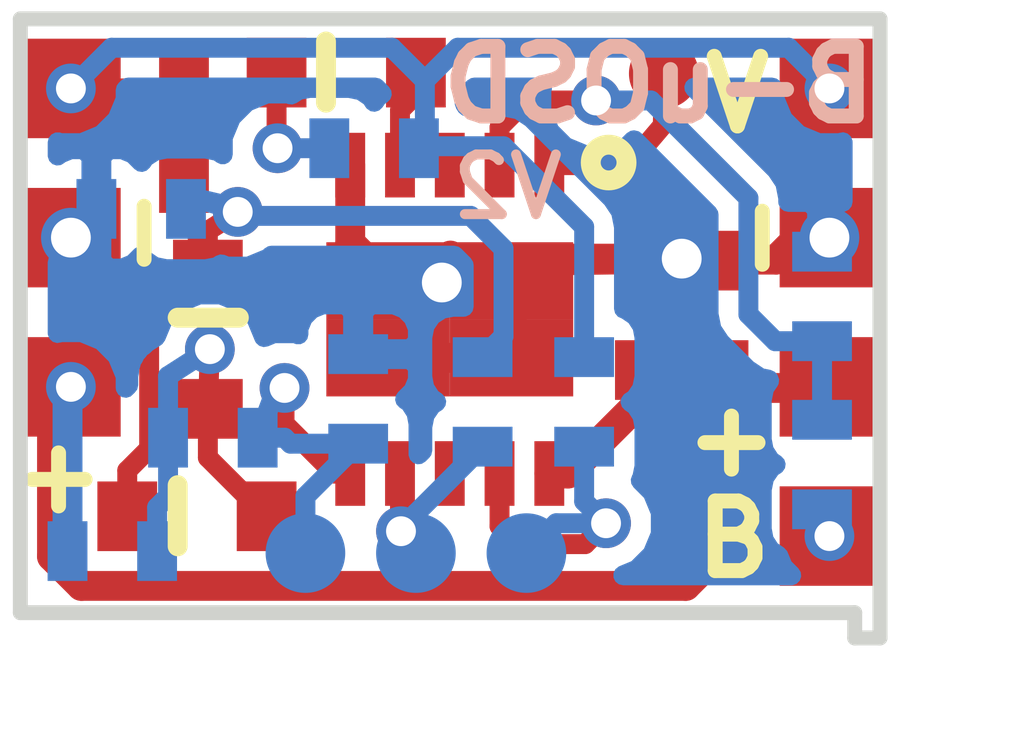
<source format=kicad_pcb>
(kicad_pcb (version 4) (host pcbnew 4.0.7)

  (general
    (links 40)
    (no_connects 0)
    (area 140.319 107.332381 154.929 119.687619)
    (thickness 0.8)
    (drawings 18)
    (tracks 155)
    (zones 0)
    (modules 22)
    (nets 14)
  )

  (page A4)
  (layers
    (0 F.Cu signal)
    (31 B.Cu signal)
    (32 B.Adhes user)
    (33 F.Adhes user)
    (34 B.Paste user)
    (35 F.Paste user)
    (36 B.SilkS user)
    (37 F.SilkS user)
    (38 B.Mask user)
    (39 F.Mask user)
    (40 Dwgs.User user)
    (41 Cmts.User user)
    (42 Eco1.User user)
    (43 Eco2.User user)
    (44 Edge.Cuts user)
    (45 Margin user)
    (46 B.CrtYd user hide)
    (47 F.CrtYd user hide)
    (48 B.Fab user hide)
    (49 F.Fab user hide)
  )

  (setup
    (last_trace_width 0.2)
    (user_trace_width 0.2)
    (trace_clearance 0.13)
    (zone_clearance 0.2)
    (zone_45_only no)
    (trace_min 0.13)
    (segment_width 0.2)
    (edge_width 0.15)
    (via_size 0.5)
    (via_drill 0.3)
    (via_min_size 0.4)
    (via_min_drill 0.3)
    (uvia_size 0.3)
    (uvia_drill 0.1)
    (uvias_allowed no)
    (uvia_min_size 0.2)
    (uvia_min_drill 0.1)
    (pcb_text_width 0.3)
    (pcb_text_size 1.5 1.5)
    (mod_edge_width 0.15)
    (mod_text_size 1 1)
    (mod_text_width 0.15)
    (pad_size 0.775 1.24)
    (pad_drill 0)
    (pad_to_mask_clearance 0.08)
    (aux_axis_origin 0 0)
    (visible_elements 7FFEFE7F)
    (pcbplotparams
      (layerselection 0x00030_80000001)
      (usegerberextensions false)
      (excludeedgelayer true)
      (linewidth 0.100000)
      (plotframeref false)
      (viasonmask false)
      (mode 1)
      (useauxorigin false)
      (hpglpennumber 1)
      (hpglpenspeed 20)
      (hpglpendiameter 15)
      (hpglpenoverlay 2)
      (psnegative false)
      (psa4output false)
      (plotreference true)
      (plotvalue true)
      (plotinvisibletext false)
      (padsonsilk false)
      (subtractmaskfromsilk false)
      (outputformat 1)
      (mirror false)
      (drillshape 1)
      (scaleselection 1)
      (outputdirectory ""))
  )

  (net 0 "")
  (net 1 GND)
  (net 2 VCC)
  (net 3 "Net-(C2-Pad1)")
  (net 4 VIDEO)
  (net 5 "Net-(D1-Pad1)")
  (net 6 "Net-(D1-Pad2)")
  (net 7 +BATT)
  (net 8 "Net-(R3-Pad2)")
  (net 9 "Net-(J3-Pad1)")
  (net 10 "Net-(J5-Pad1)")
  (net 11 "Net-(D2-Pad2)")
  (net 12 "Net-(J6-Pad1)")
  (net 13 "Net-(J4-Pad1)")

  (net_class Default "This is the default net class."
    (clearance 0.13)
    (trace_width 0.2)
    (via_dia 0.5)
    (via_drill 0.3)
    (uvia_dia 0.3)
    (uvia_drill 0.1)
    (add_net +BATT)
    (add_net "Net-(C2-Pad1)")
    (add_net "Net-(D1-Pad1)")
    (add_net "Net-(D1-Pad2)")
    (add_net "Net-(D2-Pad2)")
    (add_net "Net-(J4-Pad1)")
    (add_net "Net-(J6-Pad1)")
  )

  (net_class GND ""
    (clearance 0.12)
    (trace_width 0.3)
    (via_dia 0.6)
    (via_drill 0.4)
    (uvia_dia 0.3)
    (uvia_drill 0.1)
    (add_net GND)
  )

  (net_class ProgLine ""
    (clearance 0.13)
    (trace_width 0.2)
    (via_dia 0.5)
    (via_drill 0.3)
    (uvia_dia 0.3)
    (uvia_drill 0.1)
    (add_net "Net-(J3-Pad1)")
    (add_net "Net-(J5-Pad1)")
  )

  (net_class Thin ""
    (clearance 0.13)
    (trace_width 0.2)
    (via_dia 0.5)
    (via_drill 0.3)
    (uvia_dia 0.3)
    (uvia_drill 0.1)
    (add_net "Net-(R3-Pad2)")
    (add_net VIDEO)
  )

  (net_class VCC ""
    (clearance 0.13)
    (trace_width 0.3)
    (via_dia 0.5)
    (via_drill 0.3)
    (uvia_dia 0.3)
    (uvia_drill 0.1)
    (add_net VCC)
  )

  (module Diodes_SMD:D_SOD-523 (layer F.Cu) (tedit 5A1D7AC5) (tstamp 5A1D5D91)
    (at 145.03 115.49)
    (descr "http://www.diodes.com/datasheets/ap02001.pdf p.144")
    (tags "Diode SOD523")
    (path /5A1D5CBB)
    (attr smd)
    (fp_text reference D3 (at 0 -1.3) (layer F.SilkS) hide
      (effects (font (size 1 1) (thickness 0.15)))
    )
    (fp_text value 1N4148WT (at 0 1.4) (layer F.Fab)
      (effects (font (size 1 1) (thickness 0.15)))
    )
    (fp_line (start 1.25 -0.7) (end 1.25 0.7) (layer F.CrtYd) (width 0.05))
    (fp_line (start -1.25 -0.7) (end 1.25 -0.7) (layer F.CrtYd) (width 0.05))
    (fp_line (start -1.25 0.7) (end -1.25 -0.7) (layer F.CrtYd) (width 0.05))
    (fp_line (start 1.25 0.7) (end -1.25 0.7) (layer F.CrtYd) (width 0.05))
    (fp_line (start 0.1 0) (end 0.25 0) (layer F.Fab) (width 0.1))
    (fp_line (start 0.1 -0.2) (end -0.2 0) (layer F.Fab) (width 0.1))
    (fp_line (start 0.1 0.2) (end 0.1 -0.2) (layer F.Fab) (width 0.1))
    (fp_line (start -0.2 0) (end 0.1 0.2) (layer F.Fab) (width 0.1))
    (fp_line (start -0.2 0) (end -0.35 0) (layer F.Fab) (width 0.1))
    (fp_line (start -0.2 0.2) (end -0.2 -0.2) (layer F.Fab) (width 0.1))
    (fp_line (start 0.65 -0.45) (end 0.65 0.45) (layer F.Fab) (width 0.1))
    (fp_line (start -0.65 -0.45) (end 0.65 -0.45) (layer F.Fab) (width 0.1))
    (fp_line (start -0.65 0.45) (end -0.65 -0.45) (layer F.Fab) (width 0.1))
    (fp_line (start 0.65 0.45) (end -0.65 0.45) (layer F.Fab) (width 0.1))
    (pad 2 smd rect (at 0.7 0 180) (size 0.6 0.7) (layers F.Cu F.Paste F.Mask)
      (net 11 "Net-(D2-Pad2)"))
    (pad 1 smd rect (at -0.7 0 180) (size 0.6 0.7) (layers F.Cu F.Paste F.Mask)
      (net 1 GND))
    (model ${KISYS3DMOD}/Diodes_SMD.3dshapes/D_SOD-523.wrl
      (at (xyz 0 0 0))
      (scale (xyz 1 1 1))
      (rotate (xyz 0 0 0))
    )
  )

  (module Diodes_SMD:D_SOD-523 (layer F.Cu) (tedit 5A1D7AB4) (tstamp 5A1D5D79)
    (at 145.14 113.71 270)
    (descr "http://www.diodes.com/datasheets/ap02001.pdf p.144")
    (tags "Diode SOD523")
    (path /5A1D5B6A)
    (attr smd)
    (fp_text reference D2 (at 0 -1.3 270) (layer F.SilkS) hide
      (effects (font (size 1 1) (thickness 0.15)))
    )
    (fp_text value 1N4148WT (at 0 1.4 270) (layer F.Fab)
      (effects (font (size 1 1) (thickness 0.15)))
    )
    (fp_line (start 1.25 -0.7) (end 1.25 0.7) (layer F.CrtYd) (width 0.05))
    (fp_line (start -1.25 -0.7) (end 1.25 -0.7) (layer F.CrtYd) (width 0.05))
    (fp_line (start -1.25 0.7) (end -1.25 -0.7) (layer F.CrtYd) (width 0.05))
    (fp_line (start 1.25 0.7) (end -1.25 0.7) (layer F.CrtYd) (width 0.05))
    (fp_line (start 0.1 0) (end 0.25 0) (layer F.Fab) (width 0.1))
    (fp_line (start 0.1 -0.2) (end -0.2 0) (layer F.Fab) (width 0.1))
    (fp_line (start 0.1 0.2) (end 0.1 -0.2) (layer F.Fab) (width 0.1))
    (fp_line (start -0.2 0) (end 0.1 0.2) (layer F.Fab) (width 0.1))
    (fp_line (start -0.2 0) (end -0.35 0) (layer F.Fab) (width 0.1))
    (fp_line (start -0.2 0.2) (end -0.2 -0.2) (layer F.Fab) (width 0.1))
    (fp_line (start 0.65 -0.45) (end 0.65 0.45) (layer F.Fab) (width 0.1))
    (fp_line (start -0.65 -0.45) (end 0.65 -0.45) (layer F.Fab) (width 0.1))
    (fp_line (start -0.65 0.45) (end -0.65 -0.45) (layer F.Fab) (width 0.1))
    (fp_line (start 0.65 0.45) (end -0.65 0.45) (layer F.Fab) (width 0.1))
    (pad 2 smd rect (at 0.7 0 90) (size 0.6 0.7) (layers F.Cu F.Paste F.Mask)
      (net 11 "Net-(D2-Pad2)"))
    (pad 1 smd rect (at -0.7 0 90) (size 0.6 0.7) (layers F.Cu F.Paste F.Mask)
      (net 3 "Net-(C2-Pad1)"))
    (model ${KISYS3DMOD}/Diodes_SMD.3dshapes/D_SOD-523.wrl
      (at (xyz 0 0 0))
      (scale (xyz 1 1 1))
      (rotate (xyz 0 0 0))
    )
  )

  (module .pretty:4pin_SMD_small (layer F.Cu) (tedit 5A1D67AF) (tstamp 5931280F)
    (at 143.764 115.189 90)
    (path /593152FB)
    (fp_text reference J2 (at 1.27 2.54 90) (layer F.SilkS) hide
      (effects (font (size 1 1) (thickness 0.15)))
    )
    (fp_text value VTX (at 1.27 -2.54 90) (layer F.Fab) hide
      (effects (font (size 1 1) (thickness 0.15)))
    )
    (pad 4 smd rect (at 4 0 90) (size 1 1) (layers F.Cu F.Paste F.Mask)
      (net 4 VIDEO))
    (pad 3 smd rect (at 2.5 0 90) (size 1 1) (layers F.Cu F.Paste F.Mask)
      (net 1 GND))
    (pad 2 smd rect (at 1 0 90) (size 1 1) (layers F.Cu F.Paste F.Mask)
      (net 2 VCC))
  )

  (module .pretty:Prog_pad (layer B.Cu) (tedit 5A1D66EF) (tstamp 5A1D5D96)
    (at 146.12 115.86)
    (path /5A1D7CD1)
    (fp_text reference J6 (at 0.75 -1.5) (layer B.SilkS) hide
      (effects (font (size 1 1) (thickness 0.15)) (justify mirror))
    )
    (fp_text value MOSI (at 0 1.75) (layer B.Fab) hide
      (effects (font (size 1 1) (thickness 0.15)) (justify mirror))
    )
    (pad 1 smd circle (at 0 0) (size 0.8 0.8) (layers B.Cu B.Paste B.Mask)
      (net 12 "Net-(J6-Pad1)"))
  )

  (module D_SOD-523 (layer F.Cu) (tedit 59317AB2) (tstamp 593127FF)
    (at 146.53 111.03)
    (descr "http://www.diodes.com/datasheets/ap02001.pdf p.144")
    (tags "Diode SOD523")
    (path /593139FC)
    (attr smd)
    (fp_text reference D1 (at 0 -1.3) (layer F.SilkS) hide
      (effects (font (size 1 1) (thickness 0.15)))
    )
    (fp_text value 1N4148WT (at 0 1.4) (layer F.Fab)
      (effects (font (size 1 1) (thickness 0.15)))
    )
    (fp_text user %R (at 0 -1.3) (layer F.Fab) hide
      (effects (font (size 1 1) (thickness 0.15)))
    )
    (fp_line (start 1.25 -0.7) (end 1.25 0.7) (layer F.CrtYd) (width 0.05))
    (fp_line (start -1.25 -0.7) (end 1.25 -0.7) (layer F.CrtYd) (width 0.05))
    (fp_line (start -1.25 0.7) (end -1.25 -0.7) (layer F.CrtYd) (width 0.05))
    (fp_line (start 1.25 0.7) (end -1.25 0.7) (layer F.CrtYd) (width 0.05))
    (fp_line (start 0.1 0) (end 0.25 0) (layer F.Fab) (width 0.1))
    (fp_line (start 0.1 -0.2) (end -0.2 0) (layer F.Fab) (width 0.1))
    (fp_line (start 0.1 0.2) (end 0.1 -0.2) (layer F.Fab) (width 0.1))
    (fp_line (start -0.2 0) (end 0.1 0.2) (layer F.Fab) (width 0.1))
    (fp_line (start -0.2 0) (end -0.35 0) (layer F.Fab) (width 0.1))
    (fp_line (start -0.2 0.2) (end -0.2 -0.2) (layer F.Fab) (width 0.1))
    (fp_line (start 0.65 -0.45) (end 0.65 0.45) (layer F.Fab) (width 0.1))
    (fp_line (start -0.65 -0.45) (end 0.65 -0.45) (layer F.Fab) (width 0.1))
    (fp_line (start -0.65 0.45) (end -0.65 -0.45) (layer F.Fab) (width 0.1))
    (fp_line (start 0.65 0.45) (end -0.65 0.45) (layer F.Fab) (width 0.1))
    (pad 2 smd rect (at 0.7 0 180) (size 0.6 0.7) (layers F.Cu F.Paste F.Mask)
      (net 6 "Net-(D1-Pad2)"))
    (pad 1 smd rect (at -0.7 0 180) (size 0.6 0.7) (layers F.Cu F.Paste F.Mask)
      (net 5 "Net-(D1-Pad1)"))
    (model ${KISYS3DMOD}/Diodes_SMD.3dshapes/D_SOD-523.wrl
      (at (xyz 0 0 0))
      (scale (xyz 1 1 1))
      (rotate (xyz 0 0 0))
    )
  )

  (module DFN-10-1EP_3x3mm_Pitch0.5mm (layer F.Cu) (tedit 5A1D6318) (tstamp 593128AB)
    (at 147.57 113.51 270)
    (descr "10-Lead Plastic Dual Flat, No Lead Package (MF) - 3x3x0.9 mm Body [DFN] (see Microchip Packaging Specification 00000049BS.pdf)")
    (tags "DFN 0.5")
    (path /593115E4)
    (attr smd)
    (fp_text reference U2 (at 0 -2.575 270) (layer F.SilkS) hide
      (effects (font (size 1 1) (thickness 0.15)))
    )
    (fp_text value ATTINY13A-MMU (at 0 2.575 270) (layer F.Fab)
      (effects (font (size 1 1) (thickness 0.15)))
    )
    (fp_line (start -0.5 -1.5) (end 1.5 -1.5) (layer F.Fab) (width 0.15))
    (fp_line (start 1.5 -1.5) (end 1.5 1.5) (layer F.Fab) (width 0.15))
    (fp_line (start 1.5 1.5) (end -1.5 1.5) (layer F.Fab) (width 0.15))
    (fp_line (start -1.5 1.5) (end -1.5 -0.5) (layer F.Fab) (width 0.15))
    (fp_line (start -1.5 -0.5) (end -0.5 -1.5) (layer F.Fab) (width 0.15))
    (fp_line (start -2.15 -1.85) (end -2.15 1.85) (layer F.CrtYd) (width 0.05))
    (fp_line (start 2.15 -1.85) (end 2.15 1.85) (layer F.CrtYd) (width 0.05))
    (fp_line (start -2.15 -1.85) (end 2.15 -1.85) (layer F.CrtYd) (width 0.05))
    (fp_line (start -2.15 1.85) (end 2.15 1.85) (layer F.CrtYd) (width 0.05))
    (pad 1 smd rect (at -1.55 -1 270) (size 0.65 0.3) (layers F.Cu F.Paste F.Mask)
      (net 9 "Net-(J3-Pad1)"))
    (pad 2 smd rect (at -1.55 -0.5 270) (size 0.65 0.3) (layers F.Cu F.Paste F.Mask)
      (net 8 "Net-(R3-Pad2)"))
    (pad 3 smd rect (at -1.55 0 270) (size 0.65 0.3) (layers F.Cu F.Paste F.Mask))
    (pad 4 smd rect (at -1.55 0.5 270) (size 0.65 0.3) (layers F.Cu F.Paste F.Mask)
      (net 6 "Net-(D1-Pad2)"))
    (pad 5 smd rect (at -1.55 1 270) (size 0.65 0.3) (layers F.Cu F.Paste F.Mask)
      (net 1 GND))
    (pad 6 smd rect (at 1.55 1 270) (size 0.65 0.3) (layers F.Cu F.Paste F.Mask)
      (net 12 "Net-(J6-Pad1)"))
    (pad 7 smd rect (at 1.55 0.5 270) (size 0.65 0.3) (layers F.Cu F.Paste F.Mask)
      (net 13 "Net-(J4-Pad1)"))
    (pad 8 smd rect (at 1.55 0 270) (size 0.65 0.3) (layers F.Cu F.Paste F.Mask))
    (pad 9 smd rect (at 1.55 -0.5 270) (size 0.65 0.3) (layers F.Cu F.Paste F.Mask)
      (net 10 "Net-(J5-Pad1)"))
    (pad 10 smd rect (at 1.55 -1 270) (size 0.65 0.3) (layers F.Cu F.Paste F.Mask)
      (net 2 VCC))
    (pad 5 smd rect (at 0.3875 0.62 270) (size 0.775 1.24) (layers F.Cu F.Paste F.Mask)
      (net 1 GND) (solder_paste_margin_ratio -0.2))
    (pad 5 smd rect (at 0.3875 -0.62 270) (size 0.775 1.24) (layers F.Cu F.Paste F.Mask)
      (net 1 GND) (solder_paste_margin_ratio -0.2))
    (pad 5 smd rect (at -0.3875 0.62 270) (size 0.775 1.24) (layers F.Cu F.Paste F.Mask)
      (net 1 GND) (solder_paste_margin_ratio -0.2))
    (pad 5 smd rect (at -0.3875 -0.62 270) (size 0.775 1.24) (layers F.Cu F.Paste F.Mask)
      (net 1 GND) (solder_paste_margin_ratio -0.2))
    (model Housings_DFN_QFN.3dshapes/DFN-10-1EP_3x3mm_Pitch0.5mm.wrl
      (at (xyz 0 0 0))
      (scale (xyz 1 1 1))
      (rotate (xyz 0 0 0))
    )
  )

  (module 4pin_SMD_small (layer F.Cu) (tedit 5931896A) (tstamp 59312807)
    (at 151.384 115.189 90)
    (path /59315140)
    (fp_text reference J1 (at 1.27 2.54 90) (layer F.SilkS) hide
      (effects (font (size 1 1) (thickness 0.15)))
    )
    (fp_text value Camera (at 1.27 -2.54 90) (layer F.Fab) hide
      (effects (font (size 1 1) (thickness 0.15)))
    )
    (pad 4 smd rect (at 4 0 90) (size 1 1) (layers F.Cu F.Paste F.Mask)
      (net 4 VIDEO))
    (pad 3 smd rect (at 2.5 0 90) (size 1 1) (layers F.Cu F.Paste F.Mask)
      (net 1 GND))
    (pad 2 smd rect (at 1 0 90) (size 1 1) (layers F.Cu F.Paste F.Mask)
      (net 2 VCC))
    (pad 1 smd rect (at -0.5 0 90) (size 1 1) (layers F.Cu F.Paste F.Mask)
      (net 7 +BATT))
  )

  (module Prog_pad (layer F.Cu) (tedit 5938F6E1) (tstamp 593178F5)
    (at 149.72 111.04)
    (path /5931B806)
    (fp_text reference J3 (at 0.75 1.5) (layer F.SilkS) hide
      (effects (font (size 1 1) (thickness 0.15)))
    )
    (fp_text value RST (at 0 -1.75) (layer F.Fab) hide
      (effects (font (size 1 1) (thickness 0.15)))
    )
    (pad 1 smd circle (at 0 0) (size 0.7 0.7) (layers F.Cu F.Paste F.Mask)
      (net 9 "Net-(J3-Pad1)") (solder_mask_margin 0.02))
  )

  (module Capacitors_SMD:C_0402_NoSilk (layer F.Cu) (tedit 59314D84) (tstamp 593127C6)
    (at 144.9 111.59 90)
    (descr "Capacitor SMD 0402, reflow soldering, AVX (see smccp.pdf)")
    (tags "capacitor 0402")
    (path /593126E9)
    (attr smd)
    (fp_text reference C2 (at 0 -1.27 90) (layer F.SilkS) hide
      (effects (font (size 1 1) (thickness 0.15)))
    )
    (fp_text value 100n (at 0 1.27 90) (layer F.Fab) hide
      (effects (font (size 1 1) (thickness 0.15)))
    )
    (fp_text user %R (at 0 -1.27 90) (layer F.Fab) hide
      (effects (font (size 1 1) (thickness 0.15)))
    )
    (fp_line (start -0.5 0.25) (end -0.5 -0.25) (layer F.Fab) (width 0.1))
    (fp_line (start 0.5 0.25) (end -0.5 0.25) (layer F.Fab) (width 0.1))
    (fp_line (start 0.5 -0.25) (end 0.5 0.25) (layer F.Fab) (width 0.1))
    (fp_line (start -0.5 -0.25) (end 0.5 -0.25) (layer F.Fab) (width 0.1))
    (fp_line (start -1 -0.4) (end 1 -0.4) (layer F.CrtYd) (width 0.05))
    (fp_line (start -1 -0.4) (end -1 0.4) (layer F.CrtYd) (width 0.05))
    (fp_line (start 1 0.4) (end 1 -0.4) (layer F.CrtYd) (width 0.05))
    (fp_line (start 1 0.4) (end -1 0.4) (layer F.CrtYd) (width 0.05))
    (pad 1 smd rect (at -0.55 0 90) (size 0.6 0.5) (layers F.Cu F.Paste F.Mask)
      (net 3 "Net-(C2-Pad1)"))
    (pad 2 smd rect (at 0.55 0 90) (size 0.6 0.5) (layers F.Cu F.Paste F.Mask)
      (net 4 VIDEO))
    (model Capacitors_SMD.3dshapes/C_0402.wrl
      (at (xyz 0 0 0))
      (scale (xyz 1 1 1))
      (rotate (xyz 0 0 0))
    )
  )

  (module Capacitors_SMD:C_0402_NoSilk (layer F.Cu) (tedit 59316C49) (tstamp 593127E6)
    (at 150.32 113.47 90)
    (descr "Capacitor SMD 0402, reflow soldering, AVX (see smccp.pdf)")
    (tags "capacitor 0402")
    (path /59317458)
    (attr smd)
    (fp_text reference C4 (at 0 -1.27 90) (layer F.SilkS) hide
      (effects (font (size 1 1) (thickness 0.15)))
    )
    (fp_text value 100n (at 0 1.27 90) (layer F.Fab)
      (effects (font (size 1 1) (thickness 0.15)))
    )
    (fp_text user %R (at 0 -1.27 90) (layer F.Fab)
      (effects (font (size 1 1) (thickness 0.15)))
    )
    (fp_line (start -0.5 0.25) (end -0.5 -0.25) (layer F.Fab) (width 0.1))
    (fp_line (start 0.5 0.25) (end -0.5 0.25) (layer F.Fab) (width 0.1))
    (fp_line (start 0.5 -0.25) (end 0.5 0.25) (layer F.Fab) (width 0.1))
    (fp_line (start -0.5 -0.25) (end 0.5 -0.25) (layer F.Fab) (width 0.1))
    (fp_line (start -1 -0.4) (end 1 -0.4) (layer F.CrtYd) (width 0.05))
    (fp_line (start -1 -0.4) (end -1 0.4) (layer F.CrtYd) (width 0.05))
    (fp_line (start 1 0.4) (end 1 -0.4) (layer F.CrtYd) (width 0.05))
    (fp_line (start 1 0.4) (end -1 0.4) (layer F.CrtYd) (width 0.05))
    (pad 1 smd rect (at -0.55 0 90) (size 0.6 0.5) (layers F.Cu F.Paste F.Mask)
      (net 2 VCC))
    (pad 2 smd rect (at 0.55 0 90) (size 0.6 0.5) (layers F.Cu F.Paste F.Mask)
      (net 1 GND))
    (model Capacitors_SMD.3dshapes/C_0402.wrl
      (at (xyz 0 0 0))
      (scale (xyz 1 1 1))
      (rotate (xyz 0 0 0))
    )
  )

  (module Resistors_SMD:R_0402_NoSilk (layer B.Cu) (tedit 59314DA3) (tstamp 5931281E)
    (at 148.92 114.34 270)
    (descr "Resistor SMD 0402, reflow soldering, Vishay (see dcrcw.pdf)")
    (tags "resistor 0402")
    (path /5A1D8150)
    (attr smd)
    (fp_text reference R1 (at 0 1.2 270) (layer B.SilkS) hide
      (effects (font (size 1 1) (thickness 0.15)) (justify mirror))
    )
    (fp_text value 220 (at 0 -1.25 270) (layer B.Fab) hide
      (effects (font (size 1 1) (thickness 0.15)) (justify mirror))
    )
    (fp_text user %R (at 0 1.2 270) (layer B.Fab) hide
      (effects (font (size 1 1) (thickness 0.15)) (justify mirror))
    )
    (fp_line (start -0.5 -0.25) (end -0.5 0.25) (layer B.Fab) (width 0.1))
    (fp_line (start 0.5 -0.25) (end -0.5 -0.25) (layer B.Fab) (width 0.1))
    (fp_line (start 0.5 0.25) (end 0.5 -0.25) (layer B.Fab) (width 0.1))
    (fp_line (start -0.5 0.25) (end 0.5 0.25) (layer B.Fab) (width 0.1))
    (fp_line (start -0.8 0.45) (end 0.8 0.45) (layer B.CrtYd) (width 0.05))
    (fp_line (start -0.8 0.45) (end -0.8 -0.45) (layer B.CrtYd) (width 0.05))
    (fp_line (start 0.8 -0.45) (end 0.8 0.45) (layer B.CrtYd) (width 0.05))
    (fp_line (start 0.8 -0.45) (end -0.8 -0.45) (layer B.CrtYd) (width 0.05))
    (pad 1 smd rect (at -0.45 0 270) (size 0.4 0.6) (layers B.Cu B.Paste B.Mask)
      (net 4 VIDEO))
    (pad 2 smd rect (at 0.45 0 270) (size 0.4 0.6) (layers B.Cu B.Paste B.Mask)
      (net 10 "Net-(J5-Pad1)"))
    (model ${KISYS3DMOD}/Resistors_SMD.3dshapes/R_0402.wrl
      (at (xyz 0 0 0))
      (scale (xyz 1 1 1))
      (rotate (xyz 0 0 0))
    )
  )

  (module Resistors_SMD:R_0402_NoSilk (layer B.Cu) (tedit 597EF9EE) (tstamp 5931282D)
    (at 146.81 111.79)
    (descr "Resistor SMD 0402, reflow soldering, Vishay (see dcrcw.pdf)")
    (tags "resistor 0402")
    (path /59313E97)
    (attr smd)
    (fp_text reference R2 (at 0 1.2) (layer B.SilkS) hide
      (effects (font (size 1 1) (thickness 0.15)) (justify mirror))
    )
    (fp_text value 220 (at 0 -1.25) (layer B.Fab) hide
      (effects (font (size 1 1) (thickness 0.15)) (justify mirror))
    )
    (fp_text user %R (at 0 1.2) (layer B.Fab) hide
      (effects (font (size 1 1) (thickness 0.15)) (justify mirror))
    )
    (fp_line (start -0.5 -0.25) (end -0.5 0.25) (layer B.Fab) (width 0.1))
    (fp_line (start 0.5 -0.25) (end -0.5 -0.25) (layer B.Fab) (width 0.1))
    (fp_line (start 0.5 0.25) (end 0.5 -0.25) (layer B.Fab) (width 0.1))
    (fp_line (start -0.5 0.25) (end 0.5 0.25) (layer B.Fab) (width 0.1))
    (fp_line (start -0.8 0.45) (end 0.8 0.45) (layer B.CrtYd) (width 0.05))
    (fp_line (start -0.8 0.45) (end -0.8 -0.45) (layer B.CrtYd) (width 0.05))
    (fp_line (start 0.8 -0.45) (end 0.8 0.45) (layer B.CrtYd) (width 0.05))
    (fp_line (start 0.8 -0.45) (end -0.8 -0.45) (layer B.CrtYd) (width 0.05))
    (pad 1 smd rect (at -0.45 0) (size 0.4 0.6) (layers B.Cu B.Paste B.Mask)
      (net 5 "Net-(D1-Pad1)"))
    (pad 2 smd rect (at 0.45 0) (size 0.4 0.6) (layers B.Cu B.Paste B.Mask)
      (net 4 VIDEO))
    (model ${KISYS3DMOD}/Resistors_SMD.3dshapes/R_0402.wrl
      (at (xyz 0 0 0))
      (scale (xyz 1 1 1))
      (rotate (xyz 0 0 0))
    )
  )

  (module Resistors_SMD:R_0402_NoSilk (layer B.Cu) (tedit 59316C65) (tstamp 5931283C)
    (at 151.31 114.97 90)
    (descr "Resistor SMD 0402, reflow soldering, Vishay (see dcrcw.pdf)")
    (tags "resistor 0402")
    (path /5931457B)
    (attr smd)
    (fp_text reference R3 (at 0 1.2 90) (layer B.SilkS) hide
      (effects (font (size 1 1) (thickness 0.15)) (justify mirror))
    )
    (fp_text value 15K (at 0 -1.25 90) (layer B.Fab)
      (effects (font (size 1 1) (thickness 0.15)) (justify mirror))
    )
    (fp_text user %R (at 0 1.2 90) (layer B.Fab)
      (effects (font (size 1 1) (thickness 0.15)) (justify mirror))
    )
    (fp_line (start -0.5 -0.25) (end -0.5 0.25) (layer B.Fab) (width 0.1))
    (fp_line (start 0.5 -0.25) (end -0.5 -0.25) (layer B.Fab) (width 0.1))
    (fp_line (start 0.5 0.25) (end 0.5 -0.25) (layer B.Fab) (width 0.1))
    (fp_line (start -0.5 0.25) (end 0.5 0.25) (layer B.Fab) (width 0.1))
    (fp_line (start -0.8 0.45) (end 0.8 0.45) (layer B.CrtYd) (width 0.05))
    (fp_line (start -0.8 0.45) (end -0.8 -0.45) (layer B.CrtYd) (width 0.05))
    (fp_line (start 0.8 -0.45) (end 0.8 0.45) (layer B.CrtYd) (width 0.05))
    (fp_line (start 0.8 -0.45) (end -0.8 -0.45) (layer B.CrtYd) (width 0.05))
    (pad 1 smd rect (at -0.45 0 90) (size 0.4 0.6) (layers B.Cu B.Paste B.Mask)
      (net 7 +BATT))
    (pad 2 smd rect (at 0.45 0 90) (size 0.4 0.6) (layers B.Cu B.Paste B.Mask)
      (net 8 "Net-(R3-Pad2)"))
    (model ${KISYS3DMOD}/Resistors_SMD.3dshapes/R_0402.wrl
      (at (xyz 0 0 0))
      (scale (xyz 1 1 1))
      (rotate (xyz 0 0 0))
    )
  )

  (module Resistors_SMD:R_0402_NoSilk (layer B.Cu) (tedit 59316C5A) (tstamp 5931284B)
    (at 151.31 113.28 90)
    (descr "Resistor SMD 0402, reflow soldering, Vishay (see dcrcw.pdf)")
    (tags "resistor 0402")
    (path /59314710)
    (attr smd)
    (fp_text reference R4 (at 0 1.2 90) (layer B.SilkS) hide
      (effects (font (size 1 1) (thickness 0.15)) (justify mirror))
    )
    (fp_text value 1K (at 0 -1.25 90) (layer B.Fab)
      (effects (font (size 1 1) (thickness 0.15)) (justify mirror))
    )
    (fp_text user %R (at 0 1.2 90) (layer B.Fab)
      (effects (font (size 1 1) (thickness 0.15)) (justify mirror))
    )
    (fp_line (start -0.5 -0.25) (end -0.5 0.25) (layer B.Fab) (width 0.1))
    (fp_line (start 0.5 -0.25) (end -0.5 -0.25) (layer B.Fab) (width 0.1))
    (fp_line (start 0.5 0.25) (end 0.5 -0.25) (layer B.Fab) (width 0.1))
    (fp_line (start -0.5 0.25) (end 0.5 0.25) (layer B.Fab) (width 0.1))
    (fp_line (start -0.8 0.45) (end 0.8 0.45) (layer B.CrtYd) (width 0.05))
    (fp_line (start -0.8 0.45) (end -0.8 -0.45) (layer B.CrtYd) (width 0.05))
    (fp_line (start 0.8 -0.45) (end 0.8 0.45) (layer B.CrtYd) (width 0.05))
    (fp_line (start 0.8 -0.45) (end -0.8 -0.45) (layer B.CrtYd) (width 0.05))
    (pad 1 smd rect (at -0.45 0 90) (size 0.4 0.6) (layers B.Cu B.Paste B.Mask)
      (net 8 "Net-(R3-Pad2)"))
    (pad 2 smd rect (at 0.45 0 90) (size 0.4 0.6) (layers B.Cu B.Paste B.Mask)
      (net 1 GND))
    (model ${KISYS3DMOD}/Resistors_SMD.3dshapes/R_0402.wrl
      (at (xyz 0 0 0))
      (scale (xyz 1 1 1))
      (rotate (xyz 0 0 0))
    )
  )

  (module Resistors_SMD:R_0402_NoSilk (layer B.Cu) (tedit 597EF9D9) (tstamp 59312869)
    (at 144.18 115.84)
    (descr "Resistor SMD 0402, reflow soldering, Vishay (see dcrcw.pdf)")
    (tags "resistor 0402")
    (path /5A1D5F83)
    (attr smd)
    (fp_text reference R6 (at 0 1.2) (layer B.SilkS) hide
      (effects (font (size 1 1) (thickness 0.15)) (justify mirror))
    )
    (fp_text value 10K (at 0 -1.25) (layer B.Fab)
      (effects (font (size 1 1) (thickness 0.15)) (justify mirror))
    )
    (fp_text user %R (at 0 1.2) (layer B.Fab)
      (effects (font (size 1 1) (thickness 0.15)) (justify mirror))
    )
    (fp_line (start -0.5 -0.25) (end -0.5 0.25) (layer B.Fab) (width 0.1))
    (fp_line (start 0.5 -0.25) (end -0.5 -0.25) (layer B.Fab) (width 0.1))
    (fp_line (start 0.5 0.25) (end 0.5 -0.25) (layer B.Fab) (width 0.1))
    (fp_line (start -0.5 0.25) (end 0.5 0.25) (layer B.Fab) (width 0.1))
    (fp_line (start -0.8 0.45) (end 0.8 0.45) (layer B.CrtYd) (width 0.05))
    (fp_line (start -0.8 0.45) (end -0.8 -0.45) (layer B.CrtYd) (width 0.05))
    (fp_line (start 0.8 -0.45) (end 0.8 0.45) (layer B.CrtYd) (width 0.05))
    (fp_line (start 0.8 -0.45) (end -0.8 -0.45) (layer B.CrtYd) (width 0.05))
    (pad 1 smd rect (at -0.45 0) (size 0.4 0.6) (layers B.Cu B.Paste B.Mask)
      (net 2 VCC))
    (pad 2 smd rect (at 0.45 0) (size 0.4 0.6) (layers B.Cu B.Paste B.Mask)
      (net 11 "Net-(D2-Pad2)"))
    (model ${KISYS3DMOD}/Resistors_SMD.3dshapes/R_0402.wrl
      (at (xyz 0 0 0))
      (scale (xyz 1 1 1))
      (rotate (xyz 0 0 0))
    )
  )

  (module .pretty:Prog_pad (layer B.Cu) (tedit 5938F6D4) (tstamp 59317993)
    (at 147.23 115.86)
    (path /5931C145)
    (fp_text reference J4 (at 0.75 -1.5) (layer B.SilkS) hide
      (effects (font (size 1 1) (thickness 0.15)) (justify mirror))
    )
    (fp_text value MISO (at 0 1.75) (layer B.Fab) hide
      (effects (font (size 1 1) (thickness 0.15)) (justify mirror))
    )
    (pad 1 smd circle (at 0 0) (size 0.8 0.8) (layers B.Cu B.Paste B.Mask)
      (net 13 "Net-(J4-Pad1)") (solder_mask_margin 0.02))
  )

  (module .pretty:Prog_pad (layer B.Cu) (tedit 5938F6D9) (tstamp 59317998)
    (at 148.34 115.86)
    (path /5931BD6C)
    (fp_text reference J5 (at 0.75 -1.5) (layer B.SilkS) hide
      (effects (font (size 1 1) (thickness 0.15)) (justify mirror))
    )
    (fp_text value SCK (at 0 1.75) (layer B.Fab) hide
      (effects (font (size 1 1) (thickness 0.15)) (justify mirror))
    )
    (pad 1 smd circle (at 0 0) (size 0.8 0.8) (layers B.Cu B.Paste B.Mask)
      (net 10 "Net-(J5-Pad1)") (solder_mask_margin 0.02))
  )

  (module Resistors_SMD:R_0402_NoSilk (layer B.Cu) (tedit 597EFA20) (tstamp 5931285A)
    (at 144.47 112.4 180)
    (descr "Resistor SMD 0402, reflow soldering, Vishay (see dcrcw.pdf)")
    (tags "resistor 0402")
    (path /5A1D685C)
    (attr smd)
    (fp_text reference R5 (at 0 1.2 180) (layer B.SilkS) hide
      (effects (font (size 1 1) (thickness 0.15)) (justify mirror))
    )
    (fp_text value 100K (at 0 -1.25 180) (layer B.Fab)
      (effects (font (size 1 1) (thickness 0.15)) (justify mirror))
    )
    (fp_text user %R (at 0 1.2 180) (layer B.Fab)
      (effects (font (size 1 1) (thickness 0.15)) (justify mirror))
    )
    (fp_line (start -0.5 -0.25) (end -0.5 0.25) (layer B.Fab) (width 0.1))
    (fp_line (start 0.5 -0.25) (end -0.5 -0.25) (layer B.Fab) (width 0.1))
    (fp_line (start 0.5 0.25) (end 0.5 -0.25) (layer B.Fab) (width 0.1))
    (fp_line (start -0.5 0.25) (end 0.5 0.25) (layer B.Fab) (width 0.1))
    (fp_line (start -0.8 0.45) (end 0.8 0.45) (layer B.CrtYd) (width 0.05))
    (fp_line (start -0.8 0.45) (end -0.8 -0.45) (layer B.CrtYd) (width 0.05))
    (fp_line (start 0.8 -0.45) (end 0.8 0.45) (layer B.CrtYd) (width 0.05))
    (fp_line (start 0.8 -0.45) (end -0.8 -0.45) (layer B.CrtYd) (width 0.05))
    (pad 1 smd rect (at -0.45 0 180) (size 0.4 0.6) (layers B.Cu B.Paste B.Mask)
      (net 3 "Net-(C2-Pad1)"))
    (pad 2 smd rect (at 0.45 0 180) (size 0.4 0.6) (layers B.Cu B.Paste B.Mask)
      (net 1 GND))
    (model ${KISYS3DMOD}/Resistors_SMD.3dshapes/R_0402.wrl
      (at (xyz 0 0 0))
      (scale (xyz 1 1 1))
      (rotate (xyz 0 0 0))
    )
  )

  (module Resistors_SMD:R_0402_NoSilk (layer B.Cu) (tedit 597EFA02) (tstamp 5938F5C3)
    (at 145.19 114.7)
    (descr "Resistor SMD 0402, reflow soldering, Vishay (see dcrcw.pdf)")
    (tags "resistor 0402")
    (path /5A1D6BE9)
    (attr smd)
    (fp_text reference R7 (at 0 1.2) (layer B.SilkS) hide
      (effects (font (size 1 1) (thickness 0.15)) (justify mirror))
    )
    (fp_text value 90K (at 0 -1.25) (layer B.Fab)
      (effects (font (size 1 1) (thickness 0.15)) (justify mirror))
    )
    (fp_text user %R (at 0 1.2) (layer B.Fab)
      (effects (font (size 1 1) (thickness 0.15)) (justify mirror))
    )
    (fp_line (start -0.5 -0.25) (end -0.5 0.25) (layer B.Fab) (width 0.1))
    (fp_line (start 0.5 -0.25) (end -0.5 -0.25) (layer B.Fab) (width 0.1))
    (fp_line (start 0.5 0.25) (end 0.5 -0.25) (layer B.Fab) (width 0.1))
    (fp_line (start -0.5 0.25) (end 0.5 0.25) (layer B.Fab) (width 0.1))
    (fp_line (start -0.8 0.45) (end 0.8 0.45) (layer B.CrtYd) (width 0.05))
    (fp_line (start -0.8 0.45) (end -0.8 -0.45) (layer B.CrtYd) (width 0.05))
    (fp_line (start 0.8 -0.45) (end 0.8 0.45) (layer B.CrtYd) (width 0.05))
    (fp_line (start 0.8 -0.45) (end -0.8 -0.45) (layer B.CrtYd) (width 0.05))
    (pad 1 smd rect (at -0.45 0) (size 0.4 0.6) (layers B.Cu B.Paste B.Mask)
      (net 11 "Net-(D2-Pad2)"))
    (pad 2 smd rect (at 0.45 0) (size 0.4 0.6) (layers B.Cu B.Paste B.Mask)
      (net 12 "Net-(J6-Pad1)"))
    (model ${KISYS3DMOD}/Resistors_SMD.3dshapes/R_0402.wrl
      (at (xyz 0 0 0))
      (scale (xyz 1 1 1))
      (rotate (xyz 0 0 0))
    )
  )

  (module Resistors_SMD:R_0402_NoSilk (layer B.Cu) (tedit 5A1D6D50) (tstamp 5A1D5DA5)
    (at 146.65 114.31 90)
    (descr "Resistor SMD 0402, reflow soldering, Vishay (see dcrcw.pdf)")
    (tags "resistor 0402")
    (path /5A1D6D28)
    (attr smd)
    (fp_text reference R8 (at 0 1.2 90) (layer B.SilkS) hide
      (effects (font (size 1 1) (thickness 0.15)) (justify mirror))
    )
    (fp_text value 10K (at 0 -1.25 90) (layer B.Fab)
      (effects (font (size 1 1) (thickness 0.15)) (justify mirror))
    )
    (fp_text user %R (at 0 1.2 90) (layer B.Fab)
      (effects (font (size 1 1) (thickness 0.15)) (justify mirror))
    )
    (fp_line (start -0.5 -0.25) (end -0.5 0.25) (layer B.Fab) (width 0.1))
    (fp_line (start 0.5 -0.25) (end -0.5 -0.25) (layer B.Fab) (width 0.1))
    (fp_line (start 0.5 0.25) (end 0.5 -0.25) (layer B.Fab) (width 0.1))
    (fp_line (start -0.5 0.25) (end 0.5 0.25) (layer B.Fab) (width 0.1))
    (fp_line (start -0.8 0.45) (end 0.8 0.45) (layer B.CrtYd) (width 0.05))
    (fp_line (start -0.8 0.45) (end -0.8 -0.45) (layer B.CrtYd) (width 0.05))
    (fp_line (start 0.8 -0.45) (end 0.8 0.45) (layer B.CrtYd) (width 0.05))
    (fp_line (start 0.8 -0.45) (end -0.8 -0.45) (layer B.CrtYd) (width 0.05))
    (pad 1 smd rect (at -0.45 0 90) (size 0.4 0.6) (layers B.Cu B.Paste B.Mask)
      (net 12 "Net-(J6-Pad1)"))
    (pad 2 smd rect (at 0.45 0 90) (size 0.4 0.6) (layers B.Cu B.Paste B.Mask)
      (net 1 GND))
    (model ${KISYS3DMOD}/Resistors_SMD.3dshapes/R_0402.wrl
      (at (xyz 0 0 0))
      (scale (xyz 1 1 1))
      (rotate (xyz 0 0 0))
    )
  )

  (module Capacitors_SMD:C_0402_NoSilk (layer F.Cu) (tedit 5A1D5ECB) (tstamp 5A1D5E76)
    (at 149.48 113.47 90)
    (descr "Capacitor SMD 0402, reflow soldering, AVX (see smccp.pdf)")
    (tags "capacitor 0402")
    (path /5A1D9807)
    (attr smd)
    (fp_text reference C1 (at 0 -1.27 90) (layer F.SilkS) hide
      (effects (font (size 1 1) (thickness 0.15)))
    )
    (fp_text value 10uf (at 0 1.27 90) (layer F.Fab)
      (effects (font (size 1 1) (thickness 0.15)))
    )
    (fp_text user %R (at 0 -1.27 90) (layer F.Fab)
      (effects (font (size 1 1) (thickness 0.15)))
    )
    (fp_line (start -0.5 0.25) (end -0.5 -0.25) (layer F.Fab) (width 0.1))
    (fp_line (start 0.5 0.25) (end -0.5 0.25) (layer F.Fab) (width 0.1))
    (fp_line (start 0.5 -0.25) (end 0.5 0.25) (layer F.Fab) (width 0.1))
    (fp_line (start -0.5 -0.25) (end 0.5 -0.25) (layer F.Fab) (width 0.1))
    (fp_line (start -1 -0.4) (end 1 -0.4) (layer F.CrtYd) (width 0.05))
    (fp_line (start -1 -0.4) (end -1 0.4) (layer F.CrtYd) (width 0.05))
    (fp_line (start 1 0.4) (end 1 -0.4) (layer F.CrtYd) (width 0.05))
    (fp_line (start 1 0.4) (end -1 0.4) (layer F.CrtYd) (width 0.05))
    (pad 1 smd rect (at -0.55 0 90) (size 0.6 0.5) (layers F.Cu F.Paste F.Mask)
      (net 2 VCC))
    (pad 2 smd rect (at 0.55 0 90) (size 0.6 0.5) (layers F.Cu F.Paste F.Mask)
      (net 1 GND))
    (model Capacitors_SMD.3dshapes/C_0402.wrl
      (at (xyz 0 0 0))
      (scale (xyz 1.3 1.3 1.3))
      (rotate (xyz 0 0 0))
    )
  )

  (module Resistors_SMD:R_0402_NoSilk (layer B.Cu) (tedit 5A1D6D29) (tstamp 5A1D6E15)
    (at 147.9 114.34 270)
    (descr "Resistor SMD 0402, reflow soldering, Vishay (see dcrcw.pdf)")
    (tags "resistor 0402")
    (path /5A1DB1D6)
    (attr smd)
    (fp_text reference R9 (at 0 1.2 270) (layer B.SilkS) hide
      (effects (font (size 1 1) (thickness 0.15)) (justify mirror))
    )
    (fp_text value 220 (at 0 -1.25 270) (layer B.Fab)
      (effects (font (size 1 1) (thickness 0.15)) (justify mirror))
    )
    (fp_text user %R (at 0 1.2 270) (layer B.Fab)
      (effects (font (size 1 1) (thickness 0.15)) (justify mirror))
    )
    (fp_line (start -0.5 -0.25) (end -0.5 0.25) (layer B.Fab) (width 0.1))
    (fp_line (start 0.5 -0.25) (end -0.5 -0.25) (layer B.Fab) (width 0.1))
    (fp_line (start 0.5 0.25) (end 0.5 -0.25) (layer B.Fab) (width 0.1))
    (fp_line (start -0.5 0.25) (end 0.5 0.25) (layer B.Fab) (width 0.1))
    (fp_line (start -0.8 0.45) (end 0.8 0.45) (layer B.CrtYd) (width 0.05))
    (fp_line (start -0.8 0.45) (end -0.8 -0.45) (layer B.CrtYd) (width 0.05))
    (fp_line (start 0.8 -0.45) (end 0.8 0.45) (layer B.CrtYd) (width 0.05))
    (fp_line (start 0.8 -0.45) (end -0.8 -0.45) (layer B.CrtYd) (width 0.05))
    (pad 1 smd rect (at -0.45 0 270) (size 0.4 0.6) (layers B.Cu B.Paste B.Mask)
      (net 3 "Net-(C2-Pad1)"))
    (pad 2 smd rect (at 0.45 0 270) (size 0.4 0.6) (layers B.Cu B.Paste B.Mask)
      (net 13 "Net-(J4-Pad1)"))
    (model ${KISYS3DMOD}/Resistors_SMD.3dshapes/R_0402.wrl
      (at (xyz 0 0 0))
      (scale (xyz 1 1 1))
      (rotate (xyz 0 0 0))
    )
  )

  (gr_text - (at 150.66 112.69 90) (layer F.SilkS)
    (effects (font (size 0.7 0.7) (thickness 0.15)))
  )
  (gr_text - (at 144.45 112.64 90) (layer F.SilkS)
    (effects (font (size 0.7 0.7) (thickness 0.15)))
  )
  (gr_text + (at 143.64 115.07) (layer F.SilkS)
    (effects (font (size 0.7 0.7) (thickness 0.15)))
  )
  (gr_text + (at 150.4 114.7) (layer F.SilkS)
    (effects (font (size 0.7 0.7) (thickness 0.15)))
  )
  (gr_text V (at 150.46 111.25) (layer F.SilkS)
    (effects (font (size 0.7 0.7) (thickness 0.15)))
  )
  (gr_line (start 144.836489 113.4934) (end 145.451169 113.4934) (angle 90) (layer F.SilkS) (width 0.2) (tstamp 5A1E6A9C))
  (gr_line (start 144.8366 115.1772) (end 144.8366 115.79188) (angle 90) (layer F.SilkS) (width 0.2) (tstamp 5A1E6A9A))
  (gr_text V2 (at 148.15 112.18) (layer B.SilkS)
    (effects (font (size 0.6 0.6) (thickness 0.1)) (justify mirror))
  )
  (gr_line (start 146.3266 110.7172) (end 146.3266 111.33188) (angle 90) (layer F.SilkS) (width 0.2))
  (gr_line (start 151.892 116.713) (end 151.892 110.49) (angle 90) (layer Edge.Cuts) (width 0.15))
  (gr_line (start 143.256 110.49) (end 143.256 116.459) (angle 90) (layer Edge.Cuts) (width 0.15))
  (gr_line (start 151.638 116.459) (end 151.638 116.713) (angle 90) (layer Edge.Cuts) (width 0.15))
  (gr_line (start 143.256 116.459) (end 151.638 116.459) (angle 90) (layer Edge.Cuts) (width 0.15))
  (gr_line (start 151.892 116.713) (end 151.638 116.713) (angle 90) (layer Edge.Cuts) (width 0.15))
  (gr_text B-uOSD (at 149.67 111.15) (layer B.SilkS)
    (effects (font (size 0.7 0.7) (thickness 0.15)) (justify mirror))
  )
  (gr_circle (center 149.166 111.934) (end 149.039 111.807) (layer F.SilkS) (width 0.2))
  (gr_text B (at 150.42 115.72) (layer F.SilkS)
    (effects (font (size 0.7 0.7) (thickness 0.15)))
  )
  (gr_line (start 143.256 110.49) (end 151.892 110.49) (angle 90) (layer Edge.Cuts) (width 0.15))

  (segment (start 148.19 113.8975) (end 148.19 113.1225) (width 0.3) (layer F.Cu) (net 1))
  (segment (start 146.95 113.8975) (end 148.19 113.8975) (width 0.3) (layer F.Cu) (net 1))
  (segment (start 146.65 113.86) (end 146.65 113.27) (width 0.3) (layer B.Cu) (net 1))
  (segment (start 146.78 113.14) (end 147.49 113.14) (width 0.3) (layer B.Cu) (net 1) (tstamp 5A1E7F84))
  (segment (start 146.65 113.27) (end 146.78 113.14) (width 0.3) (layer B.Cu) (net 1) (tstamp 5A1E7F81))
  (segment (start 149.48 112.92) (end 149.88 112.92) (width 0.3) (layer F.Cu) (net 1))
  (segment (start 149.88 112.92) (end 149.9 112.9) (width 0.3) (layer F.Cu) (net 1) (tstamp 5A1E6897))
  (segment (start 149.9 112.9) (end 148.4125 112.9) (width 0.3) (layer F.Cu) (net 1))
  (segment (start 148.4125 112.9) (end 148.19 113.1225) (width 0.3) (layer F.Cu) (net 1) (tstamp 5A1E6892))
  (via (at 149.9 112.9) (size 0.6) (drill 0.4) (layers F.Cu B.Cu) (net 1))
  (segment (start 149.9 112.9) (end 149.92 112.88) (width 0.3) (layer B.Cu) (net 1) (tstamp 5A1E66C4))
  (segment (start 144.33 115.49) (end 144.33 115.03) (width 0.2) (layer F.Cu) (net 1))
  (segment (start 144.55 113.475) (end 143.764 112.689) (width 0.2) (layer F.Cu) (net 1) (tstamp 5A1D8674))
  (segment (start 144.55 114.81) (end 144.55 113.475) (width 0.2) (layer F.Cu) (net 1) (tstamp 5A1D866F))
  (segment (start 144.33 115.03) (end 144.55 114.81) (width 0.2) (layer F.Cu) (net 1) (tstamp 5A1D866E))
  (segment (start 146.57 111.96) (end 146.57 112.7425) (width 0.3) (layer F.Cu) (net 1))
  (segment (start 146.57 112.7425) (end 146.95 113.1225) (width 0.3) (layer F.Cu) (net 1) (tstamp 5A1D85E4))
  (segment (start 149.9 112.9) (end 148.3925 112.92) (width 0.3) (layer F.Cu) (net 1))
  (segment (start 148.3925 112.92) (end 148.19 113.1225) (width 0.3) (layer F.Cu) (net 1) (tstamp 5A1D8572))
  (segment (start 149.9 112.9) (end 150.32 112.92) (width 0.3) (layer F.Cu) (net 1))
  (segment (start 146.65 113.86) (end 146.77 113.86) (width 0.3) (layer B.Cu) (net 1))
  (via (at 143.764 112.689) (size 0.6) (drill 0.4) (layers F.Cu B.Cu) (net 1))
  (segment (start 143.764 112.689) (end 143.764 112.784) (width 0.3) (layer B.Cu) (net 1))
  (segment (start 143.764 112.784) (end 144.12 113.14) (width 0.3) (layer B.Cu) (net 1) (tstamp 5A1D6FF6))
  (segment (start 144.12 113.14) (end 146.96 113.14) (width 0.3) (layer B.Cu) (net 1) (tstamp 5A1D6FF7))
  (segment (start 146.96 113.14) (end 147.49 113.14) (width 0.3) (layer B.Cu) (net 1) (tstamp 5A1D6FFA))
  (segment (start 147.49 113.14) (end 147.5675 113.2175) (width 0.3) (layer F.Cu) (net 1) (tstamp 5A1D7000))
  (via (at 147.49 113.14) (size 0.6) (drill 0.4) (layers F.Cu B.Cu) (net 1))
  (segment (start 147.5675 113.2175) (end 147.68 113.2175) (width 0.3) (layer F.Cu) (net 1) (tstamp 5A1D7001))
  (segment (start 143.764 112.689) (end 144.02 112.433) (width 0.3) (layer B.Cu) (net 1) (tstamp 5A1D6FDB))
  (segment (start 144.02 112.433) (end 144.02 112.27) (width 0.3) (layer B.Cu) (net 1) (tstamp 5A1D6FDC))
  (via (at 151.384 112.689) (size 0.6) (drill 0.4) (layers F.Cu B.Cu) (net 1))
  (segment (start 151.384 112.689) (end 151.31 112.763) (width 0.3) (layer B.Cu) (net 1) (tstamp 5A1D6BC2))
  (segment (start 151.31 112.763) (end 151.31 112.83) (width 0.3) (layer B.Cu) (net 1) (tstamp 5A1D6BC3))
  (segment (start 151.384 112.689) (end 151.071 112.689) (width 0.3) (layer F.Cu) (net 1))
  (segment (start 151.071 112.689) (end 150.85 112.91) (width 0.3) (layer F.Cu) (net 1) (tstamp 5A1D6A75))
  (segment (start 150.85 112.91) (end 150.28 112.91) (width 0.3) (layer F.Cu) (net 1) (tstamp 5A1D6A76))
  (segment (start 144.061 112.987) (end 143.8 112.86) (width 0.3) (layer F.Cu) (net 1) (tstamp 5931606B))
  (segment (start 147.68 113.2175) (end 147.74 113.0325) (width 0.3) (layer F.Cu) (net 1) (status 30))
  (segment (start 147.5765 112.869) (end 147.74 113.0325) (width 0.3) (layer F.Cu) (net 1) (tstamp 5A1D63A5) (status 30))
  (segment (start 147.33686 112.91484) (end 147.35186 112.92984) (width 0.13) (layer F.Cu) (net 1) (tstamp 59316023) (status 30))
  (segment (start 147.35186 112.92984) (end 147.35186 113.03534) (width 0.13) (layer F.Cu) (net 1) (tstamp 59316024) (status 30))
  (segment (start 147.31636 112.99984) (end 147.35186 113.03534) (width 0.13) (layer F.Cu) (net 1) (tstamp 59315DC7) (status 30))
  (segment (start 151.2 112.8) (end 151.03 112.757) (width 0.3) (layer F.Cu) (net 1))
  (segment (start 149.48 114.02) (end 150.32 114.02) (width 0.3) (layer F.Cu) (net 2))
  (segment (start 148.57 115.06) (end 148.76 115.06) (width 0.3) (layer F.Cu) (net 2))
  (segment (start 149.48 114.34) (end 149.48 114.02) (width 0.3) (layer F.Cu) (net 2) (tstamp 5A1D8566))
  (segment (start 148.76 115.06) (end 149.48 114.34) (width 0.3) (layer F.Cu) (net 2) (tstamp 5A1D8564))
  (via (at 143.764 114.189) (size 0.5) (drill 0.3) (layers F.Cu B.Cu) (net 2))
  (segment (start 143.73 115.84) (end 143.73 114.223) (width 0.3) (layer B.Cu) (net 2) (tstamp 5A1D78C6))
  (segment (start 143.73 114.223) (end 143.764 114.189) (width 0.3) (layer B.Cu) (net 2) (tstamp 5A1D78C5))
  (segment (start 143.764 114.189) (end 144.059 114.189) (width 0.3) (layer F.Cu) (net 2))
  (segment (start 143.574 114.199) (end 143.574 115.894) (width 0.3) (layer F.Cu) (net 2))
  (segment (start 150.51 115.62) (end 150.51 114.2) (width 0.3) (layer F.Cu) (net 2) (tstamp 5A1D74FD))
  (segment (start 149.94 116.19) (end 150.51 115.62) (width 0.3) (layer F.Cu) (net 2) (tstamp 5A1D74FB))
  (segment (start 143.87 116.19) (end 149.94 116.19) (width 0.3) (layer F.Cu) (net 2) (tstamp 5A1D74EF))
  (segment (start 143.574 115.894) (end 143.87 116.19) (width 0.3) (layer F.Cu) (net 2) (tstamp 5A1D74EE))
  (segment (start 150.51 114.2) (end 150.28 114.01) (width 0.3) (layer F.Cu) (net 2) (tstamp 5A1D7502))
  (segment (start 150.51 114.2) (end 151.373 114.2) (width 0.3) (layer F.Cu) (net 2))
  (segment (start 151.373 114.2) (end 151.384 114.189) (width 0.3) (layer F.Cu) (net 2) (tstamp 5A1D6A5D))
  (segment (start 150.51 114.2) (end 150.521 114.189) (width 0.3) (layer F.Cu) (net 2) (tstamp 5A1D64CE))
  (segment (start 150.521 114.189) (end 150.534 114.189) (width 0.3) (layer F.Cu) (net 2) (tstamp 5A1D64CF))
  (segment (start 144.92 112.27) (end 145.39 112.38) (width 0.2) (layer B.Cu) (net 3))
  (segment (start 145.14 112.62) (end 145.14 113.01) (width 0.2) (layer F.Cu) (net 3) (tstamp 5A1D884C))
  (segment (start 145.44 112.43) (end 145.14 112.62) (width 0.2) (layer F.Cu) (net 3) (tstamp 5A1D884B))
  (via (at 145.44 112.43) (size 0.5) (drill 0.3) (layers F.Cu B.Cu) (net 3))
  (segment (start 145.39 112.38) (end 145.44 112.43) (width 0.2) (layer B.Cu) (net 3) (tstamp 5A1D8846))
  (segment (start 144.9 112.14) (end 145.11 112.98) (width 0.2) (layer F.Cu) (net 3) (status 20))
  (segment (start 145.11 112.98) (end 145.14 113.01) (width 0.2) (layer F.Cu) (net 3) (tstamp 5A1D826D) (status 30))
  (segment (start 145.41 112.47) (end 147.78 112.47) (width 0.2) (layer B.Cu) (net 3))
  (segment (start 148.11 113.68) (end 147.9 113.89) (width 0.2) (layer B.Cu) (net 3) (tstamp 5A1D7F18))
  (segment (start 148.11 112.8) (end 148.11 113.68) (width 0.2) (layer B.Cu) (net 3) (tstamp 5A1D7F17))
  (segment (start 147.78 112.47) (end 148.11 112.8) (width 0.2) (layer B.Cu) (net 3) (tstamp 5A1D7F15))
  (segment (start 145.32 112.38) (end 144.92 112.27) (width 0.2) (layer B.Cu) (net 3) (tstamp 5A1D7EEF))
  (segment (start 145.41 112.47) (end 145.32 112.38) (width 0.2) (layer B.Cu) (net 3) (tstamp 5A1D7EEE))
  (segment (start 143.764 111.189) (end 144.751 111.189) (width 0.2) (layer F.Cu) (net 4))
  (segment (start 144.751 111.189) (end 144.9 111.04) (width 0.2) (layer F.Cu) (net 4) (tstamp 5A1D826A))
  (segment (start 147.32 111.77) (end 148.11 111.77) (width 0.2) (layer B.Cu) (net 4))
  (segment (start 148.92 112.58) (end 148.92 113.89) (width 0.2) (layer B.Cu) (net 4) (tstamp 5A1D81FE))
  (segment (start 148.11 111.77) (end 148.92 112.58) (width 0.2) (layer B.Cu) (net 4) (tstamp 5A1D81FD))
  (segment (start 144.831 111.189) (end 144.87 111.15) (width 0.2) (layer F.Cu) (net 4) (tstamp 5A1D81F9))
  (segment (start 143.764 111.189) (end 143.911 111.189) (width 0.2) (layer F.Cu) (net 4))
  (via (at 143.764 111.189) (size 0.5) (drill 0.3) (layers F.Cu B.Cu) (net 4))
  (segment (start 147.32 111.11) (end 146.99 110.78) (width 0.2) (layer B.Cu) (net 4) (tstamp 5A1D8106))
  (segment (start 144.173 110.78) (end 146.99 110.78) (width 0.2) (layer B.Cu) (net 4) (tstamp 5A1D8102))
  (segment (start 144.173 110.78) (end 143.764 111.189) (width 0.2) (layer B.Cu) (net 4) (tstamp 5A1D8101))
  (via (at 151.384 111.189) (size 0.5) (drill 0.3) (layers F.Cu B.Cu) (net 4))
  (segment (start 147.32 111.77) (end 147.32 111.11) (width 0.2) (layer B.Cu) (net 4) (tstamp 5A1D80FB))
  (segment (start 147.65 110.78) (end 147.32 111.11) (width 0.2) (layer B.Cu) (net 4) (tstamp 5A1D80F4))
  (segment (start 150.975 110.78) (end 147.65 110.78) (width 0.2) (layer B.Cu) (net 4) (tstamp 5A1D80F0))
  (segment (start 150.975 110.78) (end 151.384 111.189) (width 0.2) (layer B.Cu) (net 4) (tstamp 5A1D80EF))
  (segment (start 148.91 113.88) (end 148.92 113.89) (width 0.13) (layer B.Cu) (net 4))
  (segment (start 146.42 111.79) (end 145.84 111.79) (width 0.2) (layer B.Cu) (net 5))
  (segment (start 145.83 111.03) (end 145.83 111.78) (width 0.2) (layer F.Cu) (net 5))
  (segment (start 145.84 111.79) (end 145.87 111.76) (width 0.2) (layer B.Cu) (net 5) (tstamp 5A1D8389))
  (via (at 145.84 111.79) (size 0.5) (drill 0.3) (layers F.Cu B.Cu) (net 5))
  (segment (start 145.83 111.78) (end 145.84 111.79) (width 0.2) (layer F.Cu) (net 5) (tstamp 5A1D8387))
  (segment (start 147.23 111.03) (end 147.23 111.25) (width 0.2) (layer F.Cu) (net 6))
  (segment (start 147.23 111.25) (end 147.07 111.41) (width 0.2) (layer F.Cu) (net 6) (tstamp 5A1D85E0))
  (segment (start 147.07 111.41) (end 147.07 111.96) (width 0.2) (layer F.Cu) (net 6) (tstamp 5A1D85E1))
  (via (at 151.384 115.689) (size 0.5) (drill 0.3) (layers F.Cu B.Cu) (net 7))
  (segment (start 151.384 115.689) (end 151.31 115.615) (width 0.2) (layer B.Cu) (net 7) (tstamp 5A1D69EC))
  (segment (start 151.31 115.615) (end 151.31 115.42) (width 0.2) (layer B.Cu) (net 7) (tstamp 5A1D69ED))
  (segment (start 150.57 113.46) (end 150.57 112.29) (width 0.2) (layer B.Cu) (net 8))
  (segment (start 148.07 111.58) (end 148.34 111.31) (width 0.2) (layer F.Cu) (net 8) (tstamp 5A1D8699))
  (segment (start 148.34 111.31) (end 149.04 111.31) (width 0.2) (layer F.Cu) (net 8) (tstamp 5A1D869B))
  (via (at 149.04 111.31) (size 0.5) (drill 0.3) (layers F.Cu B.Cu) (net 8))
  (segment (start 150.57 113.46) (end 150.84 113.73) (width 0.2) (layer B.Cu) (net 8) (tstamp 5A1D86A3))
  (segment (start 151.31 113.73) (end 150.84 113.73) (width 0.2) (layer B.Cu) (net 8) (tstamp 5A1D86A4))
  (segment (start 148.07 111.58) (end 148.07 111.96) (width 0.2) (layer F.Cu) (net 8))
  (segment (start 149.59 111.31) (end 149.04 111.31) (width 0.2) (layer B.Cu) (net 8) (tstamp 5A1E6B3D))
  (segment (start 150.57 112.29) (end 149.59 111.31) (width 0.2) (layer B.Cu) (net 8) (tstamp 5A1E6B39))
  (segment (start 151.31 114.52) (end 151.23 114.6) (width 0.13) (layer B.Cu) (net 8))
  (segment (start 151.31 113.73) (end 151.31 114.52) (width 0.2) (layer B.Cu) (net 8))
  (segment (start 148.57 111.96) (end 149.37 111.96) (width 0.2) (layer F.Cu) (net 9))
  (segment (start 149.71 111.56) (end 149.72 111.04) (width 0.2) (layer F.Cu) (net 9) (tstamp 5A1D8696) (status 20))
  (segment (start 149.37 111.96) (end 149.71 111.56) (width 0.2) (layer F.Cu) (net 9) (tstamp 5A1D8695))
  (segment (start 149.14 115.56) (end 148.64 115.56) (width 0.2) (layer B.Cu) (net 10))
  (segment (start 148.64 115.56) (end 148.34 115.86) (width 0.2) (layer B.Cu) (net 10) (tstamp 5A1D855C))
  (segment (start 148.07 115.06) (end 148.07 115.59) (width 0.2) (layer F.Cu) (net 10))
  (segment (start 148.92 115.34) (end 148.92 114.79) (width 0.2) (layer B.Cu) (net 10) (tstamp 5A1D8557))
  (segment (start 149.14 115.56) (end 148.92 115.34) (width 0.2) (layer B.Cu) (net 10) (tstamp 5A1D8556))
  (via (at 149.14 115.56) (size 0.5) (drill 0.3) (layers F.Cu B.Cu) (net 10))
  (segment (start 148.93 115.77) (end 149.14 115.56) (width 0.2) (layer F.Cu) (net 10) (tstamp 5A1D8551))
  (segment (start 148.25 115.77) (end 148.93 115.77) (width 0.2) (layer F.Cu) (net 10) (tstamp 5A1D854D))
  (segment (start 148.07 115.59) (end 148.25 115.77) (width 0.2) (layer F.Cu) (net 10) (tstamp 5A1D854C))
  (segment (start 148.92 114.79) (end 148.87 114.84) (width 0.2) (layer B.Cu) (net 10))
  (segment (start 145.14 114.41) (end 145.14 114.9) (width 0.2) (layer F.Cu) (net 11))
  (segment (start 145.14 114.9) (end 145.73 115.49) (width 0.2) (layer F.Cu) (net 11) (tstamp 5A1D8661))
  (segment (start 145.14 114.41) (end 145.16 113.81) (width 0.2) (layer F.Cu) (net 11) (status 10))
  (segment (start 144.74 114.08) (end 144.74 114.7) (width 0.2) (layer B.Cu) (net 11) (tstamp 5A1D8277))
  (segment (start 145.16 113.81) (end 144.74 114.08) (width 0.2) (layer B.Cu) (net 11) (tstamp 5A1D8276))
  (via (at 145.16 113.81) (size 0.5) (drill 0.3) (layers F.Cu B.Cu) (net 11))
  (segment (start 144.63 115.84) (end 144.63 115.4) (width 0.2) (layer B.Cu) (net 11))
  (segment (start 144.63 115.4) (end 144.74 115.29) (width 0.2) (layer B.Cu) (net 11) (tstamp 5A1D79A9))
  (segment (start 144.74 115.29) (end 144.74 114.7) (width 0.2) (layer B.Cu) (net 11) (tstamp 5A1D79AA))
  (segment (start 146.57 115.06) (end 146.41 115.06) (width 0.2) (layer F.Cu) (net 12))
  (segment (start 145.78 114.33) (end 145.64 114.7) (width 0.2) (layer B.Cu) (net 12) (tstamp 5A1D859C))
  (segment (start 145.91 114.2) (end 145.78 114.33) (width 0.2) (layer B.Cu) (net 12) (tstamp 5A1D859B))
  (via (at 145.91 114.2) (size 0.5) (drill 0.3) (layers F.Cu B.Cu) (net 12))
  (segment (start 145.91 114.56) (end 145.91 114.2) (width 0.2) (layer F.Cu) (net 12) (tstamp 5A1D8595))
  (segment (start 146.41 115.06) (end 145.91 114.56) (width 0.2) (layer F.Cu) (net 12) (tstamp 5A1D8592))
  (segment (start 146.12 115.86) (end 146.12 115.29) (width 0.2) (layer B.Cu) (net 12))
  (segment (start 146.12 115.29) (end 146.65 114.76) (width 0.2) (layer B.Cu) (net 12) (tstamp 5A1D8587))
  (segment (start 145.64 114.7) (end 145.91 114.7) (width 0.2) (layer B.Cu) (net 12))
  (segment (start 145.97 114.76) (end 146.65 114.76) (width 0.2) (layer B.Cu) (net 12) (tstamp 5A1D79A6))
  (segment (start 145.91 114.7) (end 145.97 114.76) (width 0.2) (layer B.Cu) (net 12) (tstamp 5A1D79A5))
  (segment (start 147.07 115.06) (end 147.07 115.63) (width 0.2) (layer F.Cu) (net 13))
  (segment (start 147.08 115.64) (end 147.23 115.79) (width 0.2) (layer B.Cu) (net 13) (tstamp 5A1D85C7))
  (via (at 147.08 115.64) (size 0.5) (drill 0.3) (layers F.Cu B.Cu) (net 13))
  (segment (start 147.07 115.63) (end 147.08 115.64) (width 0.2) (layer F.Cu) (net 13) (tstamp 5A1D85B8))
  (segment (start 147.23 115.79) (end 147.23 115.86) (width 0.2) (layer B.Cu) (net 13) (tstamp 5A1D85C8))
  (segment (start 147.23 115.86) (end 147.23 115.46) (width 0.2) (layer B.Cu) (net 13))
  (segment (start 147.23 115.46) (end 147.9 114.79) (width 0.2) (layer B.Cu) (net 13) (tstamp 5A1D8584))
  (segment (start 147.9 114.79) (end 147.86 114.83) (width 0.2) (layer B.Cu) (net 13))

  (zone (net 1) (net_name GND) (layer B.Cu) (tstamp 5A1E664D) (hatch edge 0.508)
    (connect_pads (clearance 0.2))
    (min_thickness 0.2)
    (fill yes (arc_segments 16) (thermal_gap 0.2) (thermal_bridge_width 0.3))
    (polygon
      (pts
        (xy 152.1 110.3) (xy 143.1 110.3) (xy 143.1 116.6) (xy 152.1 116.6)
      )
    )
    (filled_polygon
      (pts
        (xy 148.490096 111.200118) (xy 148.489905 111.418922) (xy 148.573461 111.621143) (xy 148.728043 111.775995) (xy 148.930118 111.859904)
        (xy 149.148922 111.860095) (xy 149.351143 111.776539) (xy 149.417798 111.71) (xy 149.424314 111.71) (xy 150.17 112.455686)
        (xy 150.17 113.46) (xy 150.200448 113.613074) (xy 150.287157 113.742843) (xy 150.557155 114.01284) (xy 150.557157 114.012843)
        (xy 150.594933 114.038084) (xy 150.686926 114.099552) (xy 150.773717 114.116816) (xy 150.779548 114.125878) (xy 150.728222 114.200997)
        (xy 150.704123 114.32) (xy 150.704123 114.72) (xy 150.725042 114.831173) (xy 150.790745 114.933279) (xy 150.844494 114.970004)
        (xy 150.796721 115.000745) (xy 150.728222 115.100997) (xy 150.704123 115.22) (xy 150.704123 115.62) (xy 150.725042 115.731173)
        (xy 150.790745 115.833279) (xy 150.871239 115.888278) (xy 150.917461 116.000143) (xy 151.001172 116.084) (xy 149.312077 116.084)
        (xy 149.451143 116.026539) (xy 149.605995 115.871957) (xy 149.689904 115.669882) (xy 149.690095 115.451078) (xy 149.606539 115.248857)
        (xy 149.487617 115.129728) (xy 149.501778 115.109003) (xy 149.525877 114.99) (xy 149.525877 114.59) (xy 149.504958 114.478827)
        (xy 149.439255 114.376721) (xy 149.385506 114.339996) (xy 149.433279 114.309255) (xy 149.501778 114.209003) (xy 149.525877 114.09)
        (xy 149.525877 113.69) (xy 149.504958 113.578827) (xy 149.439255 113.476721) (xy 149.339003 113.408222) (xy 149.32 113.404374)
        (xy 149.32 112.58) (xy 149.29812 112.47) (xy 149.289552 112.426926) (xy 149.202843 112.297157) (xy 148.392843 111.487157)
        (xy 148.263074 111.400448) (xy 148.11 111.37) (xy 147.739278 111.37) (xy 147.72 111.340041) (xy 147.72 111.275686)
        (xy 147.815685 111.18) (xy 148.49845 111.18)
      )
    )
    (filled_polygon
      (pts
        (xy 146.888303 111.243988) (xy 146.846721 111.270745) (xy 146.809996 111.324494) (xy 146.779255 111.276721) (xy 146.679003 111.208222)
        (xy 146.56 111.184123) (xy 146.16 111.184123) (xy 146.048827 111.205042) (xy 145.97691 111.251319) (xy 145.949882 111.240096)
        (xy 145.731078 111.239905) (xy 145.528857 111.323461) (xy 145.374005 111.478043) (xy 145.290096 111.680118) (xy 145.289945 111.853029)
        (xy 145.239003 111.818222) (xy 145.12 111.794123) (xy 144.72 111.794123) (xy 144.608827 111.815042) (xy 144.506721 111.880745)
        (xy 144.473553 111.929289) (xy 144.389937 111.845672) (xy 144.279674 111.8) (xy 144.145 111.8) (xy 144.07 111.875)
        (xy 144.07 112.35) (xy 144.09 112.35) (xy 144.09 112.45) (xy 144.07 112.45) (xy 144.07 112.925)
        (xy 144.145 113) (xy 144.279674 113) (xy 144.389937 112.954328) (xy 144.473432 112.870832) (xy 144.500745 112.913279)
        (xy 144.600997 112.981778) (xy 144.72 113.005877) (xy 145.12 113.005877) (xy 145.231173 112.984958) (xy 145.274754 112.956915)
        (xy 145.330118 112.979904) (xy 145.548922 112.980095) (xy 145.751143 112.896539) (xy 145.777728 112.87) (xy 147.614314 112.87)
        (xy 147.71 112.965685) (xy 147.71 113.384123) (xy 147.6 113.384123) (xy 147.488827 113.405042) (xy 147.386721 113.470745)
        (xy 147.318222 113.570997) (xy 147.294123 113.69) (xy 147.294123 114.09) (xy 147.315042 114.201173) (xy 147.380745 114.303279)
        (xy 147.434494 114.340004) (xy 147.386721 114.370745) (xy 147.318222 114.470997) (xy 147.294123 114.59) (xy 147.294123 114.830191)
        (xy 147.255877 114.868437) (xy 147.255877 114.56) (xy 147.234958 114.448827) (xy 147.169255 114.346721) (xy 147.120711 114.313553)
        (xy 147.204328 114.229937) (xy 147.25 114.119674) (xy 147.25 113.985) (xy 147.175 113.91) (xy 146.7 113.91)
        (xy 146.7 113.93) (xy 146.6 113.93) (xy 146.6 113.91) (xy 146.58 113.91) (xy 146.58 113.81)
        (xy 146.6 113.81) (xy 146.6 113.435) (xy 146.7 113.435) (xy 146.7 113.81) (xy 147.175 113.81)
        (xy 147.25 113.735) (xy 147.25 113.600326) (xy 147.204328 113.490063) (xy 147.119936 113.405672) (xy 147.009673 113.36)
        (xy 146.775 113.36) (xy 146.7 113.435) (xy 146.6 113.435) (xy 146.525 113.36) (xy 146.290327 113.36)
        (xy 146.180064 113.405672) (xy 146.095672 113.490063) (xy 146.05 113.600326) (xy 146.05 113.662602) (xy 146.019882 113.650096)
        (xy 145.801078 113.649905) (xy 145.705302 113.689479) (xy 145.626539 113.498857) (xy 145.471957 113.344005) (xy 145.269882 113.260096)
        (xy 145.051078 113.259905) (xy 144.848857 113.343461) (xy 144.694005 113.498043) (xy 144.616968 113.683569) (xy 144.523697 113.743529)
        (xy 144.49283 113.773321) (xy 144.457157 113.797157) (xy 144.43722 113.826995) (xy 144.4114 113.851916) (xy 144.394282 113.891256)
        (xy 144.370448 113.926927) (xy 144.363447 113.962121) (xy 144.349129 113.995028) (xy 144.348369 114.037925) (xy 144.34 114.08)
        (xy 144.34 114.1722) (xy 144.326721 114.180745) (xy 144.313991 114.199376) (xy 144.314095 114.080078) (xy 144.230539 113.877857)
        (xy 144.075957 113.723005) (xy 143.873882 113.639096) (xy 143.655078 113.638905) (xy 143.631 113.648854) (xy 143.631 112.935265)
        (xy 143.650063 112.954328) (xy 143.760326 113) (xy 143.895 113) (xy 143.97 112.925) (xy 143.97 112.45)
        (xy 143.95 112.45) (xy 143.95 112.35) (xy 143.97 112.35) (xy 143.97 111.875) (xy 143.895 111.8)
        (xy 143.760326 111.8) (xy 143.650063 111.845672) (xy 143.631 111.864735) (xy 143.631 111.729305) (xy 143.654118 111.738904)
        (xy 143.872922 111.739095) (xy 144.075143 111.655539) (xy 144.229995 111.500957) (xy 144.313904 111.298882) (xy 144.313986 111.204699)
        (xy 144.338685 111.18) (xy 146.824314 111.18)
      )
    )
    (filled_polygon
      (pts
        (xy 150.833986 111.204672) (xy 150.833905 111.297922) (xy 150.917461 111.500143) (xy 151.072043 111.654995) (xy 151.274118 111.738904)
        (xy 151.492922 111.739095) (xy 151.517 111.729146) (xy 151.517 112.33) (xy 151.435 112.33) (xy 151.36 112.405)
        (xy 151.36 112.78) (xy 151.38 112.78) (xy 151.38 112.88) (xy 151.36 112.88) (xy 151.36 112.9)
        (xy 151.26 112.9) (xy 151.26 112.88) (xy 151.24 112.88) (xy 151.24 112.78) (xy 151.26 112.78)
        (xy 151.26 112.405) (xy 151.185 112.33) (xy 150.97 112.33) (xy 150.97 112.29) (xy 150.939552 112.136927)
        (xy 150.852843 112.007157) (xy 150.025686 111.18) (xy 150.809314 111.18)
      )
    )
  )
)

</source>
